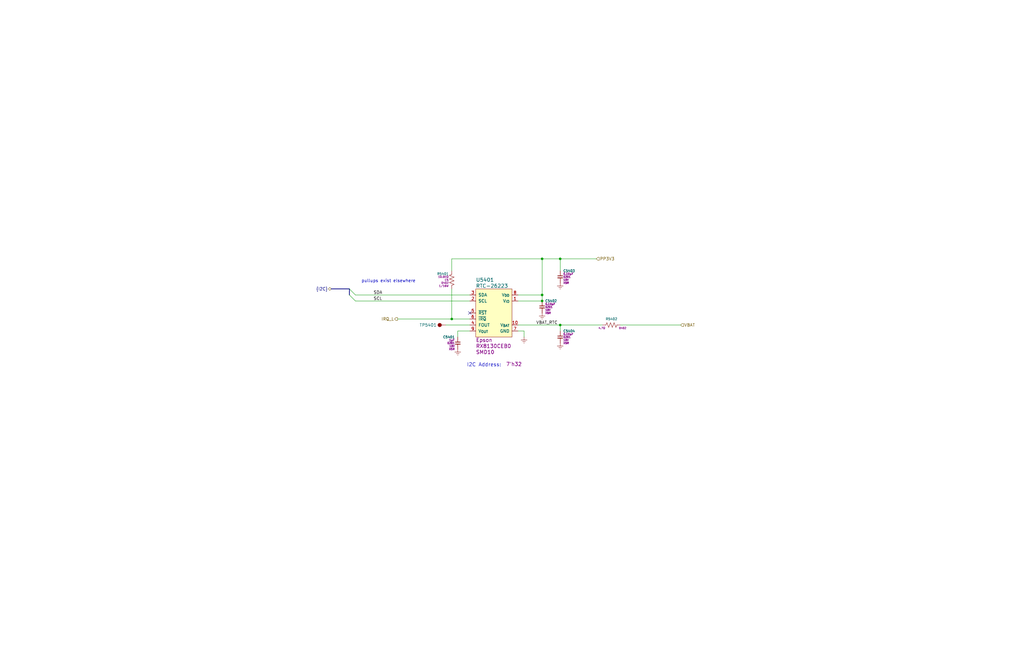
<source format=kicad_sch>
(kicad_sch (version 20231120) (generator "eeschema") (generator_version "8.0")
  (paper "B")
  (title_block (title "${PROJ}") (rev "${REV}") (company "${RPN}") (comment 1 "RTC"))
  (lib_symbols
    (symbol "Capacitors, ceramic, Murata:CCM-610AA" (pin_numbers hide) (pin_names (offset 0) hide)
      (property "Reference" "C" (at 1.27 2.54 0))
      (property "val" "0.10µF" (at 1.27 1.27 0))
      (property "pkg" "0201" (at 1.27 0 0))
      (property "volt" "10V" (at 1.27 -1.27 0))
      (property "type" "X5R" (at 1.27 -2.54 0))
      (symbol "CCM-610AA_1_1"
        (polyline (pts (xy -1.016 -0.423) (xy 1.016 -0.423)) (stroke (width 0.3302)))
        (polyline (pts (xy -1.016 0.423) (xy 1.016 0.423)) (stroke (width 0.3048)))
        (pin passive line (at 0 2.54 270) (length 2.032) (name "~") (number "1") (alternate "pwr_in" power_in line) (alternate "pwr_out" power_out line))
        (pin passive line (at 0 -2.54 90) (length 2.032) (name "~") (number "2") (alternate "pwr_in" power_in line) (alternate "pwr_out" power_out line))
      )
    )
    (symbol "Capacitors, ceramic, Murata:CCM-710AD" (pin_numbers hide) (pin_names (offset 0) hide)
      (property "Reference" "C" (at 1.27 2.54 0))
      (property "val" "1µF" (at 1.27 1.27 0))
      (property "pkg" "0201" (at 1.27 0 0))
      (property "volt" "10V" (at 1.27 -1.27 0))
      (property "type" "X5R" (at 1.27 -2.54 0))
      (symbol "CCM-710AD_1_1"
        (polyline (pts (xy -1.016 -0.423) (xy 1.016 -0.423)) (stroke (width 0.3302)))
        (polyline (pts (xy -1.016 0.423) (xy 1.016 0.423)) (stroke (width 0.3048)))
        (pin passive line (at 0 2.54 270) (length 2.032) (name "~") (number "1") (alternate "pwr_in" power_in line) (alternate "pwr_out" power_out line))
        (pin passive line (at 0 -2.54 90) (length 2.032) (name "~") (number "2") (alternate "pwr_in" power_in line) (alternate "pwr_out" power_out line))
      )
    )
    (symbol "Mechanical:TST-01025" (pin_numbers hide) (pin_names (offset 1.016) hide) (in_bom no)
      (property "Reference" "TP" (at 3.81 0 0))
      (symbol "TST-01025_0_1"
        (circle (center 2.54 0) (radius 0.762) (fill (type outline)))
      )
      (symbol "TST-01025_1_1"
        (pin passive line (at 0 0 0) (length 2.54) (name "~") (number "1"))
      )
    )
    (symbol "Power:GND" (power) (pin_names (offset 0)) (in_bom no) (on_board no)
      (symbol "GND_0_1"
        (polyline (pts (xy -0.635 -1.905) (xy 0.635 -1.905)))
        (polyline (pts (xy -0.127 -2.54) (xy 0.127 -2.54)))
        (polyline (pts (xy 0 -1.27) (xy 0 0)))
        (polyline (pts (xy 1.27 -1.27) (xy -1.27 -1.27)))
      )
      (symbol "GND_1_1"
        (pin power_in line (at 0 0 270) (length 0) hide (name "GND") (number "1"))
      )
    )
    (symbol "Resistors:RES-1470B" (pin_numbers hide) (pin_names (offset 0) hide)
      (property "Reference" "R" (at 1.27 2.54 0))
      (property "val" "4.7Ω" (at 1.27 1.27 0))
      (property "tol" "1%" (at 1.27 0 0))
      (property "pkg" "0402" (at 1.27 -1.27 0))
      (property "pwr" "1/16W" (at 1.27 -2.54 0))
      (symbol "RES-1470B_1_1"
        (polyline (pts (xy 0 -2.286) (xy 0 -2.54)))
        (polyline (pts (xy 0 2.286) (xy 0 2.54)))
        (polyline (pts (xy 0 -0.762) (xy 1.016 -1.143) (xy 0 -1.524) (xy -1.016 -1.905) (xy 0 -2.286)))
        (polyline (pts (xy 0 0.762) (xy 1.016 0.381) (xy 0 0) (xy -1.016 -0.381) (xy 0 -0.762)))
        (polyline (pts (xy 0 2.286) (xy 1.016 1.905) (xy 0 1.524) (xy -1.016 1.143) (xy 0 0.762)))
        (pin passive line (at 0 3.81 270) (length 1.27) (name "~") (number "1") (alternate "pwr_in" power_in line) (alternate "pwr_out" power_out line))
        (pin passive line (at 0 -3.81 90) (length 1.27) (name "~") (number "2") (alternate "pwr_in" power_in line) (alternate "pwr_out" power_out line))
      )
    )
    (symbol "Resistors:RES-5100B" (pin_numbers hide) (pin_names (offset 0) hide)
      (property "Reference" "R" (at 1.27 2.54 0))
      (property "val" "10.0KΩ" (at 1.27 1.27 0))
      (property "tol" "1%" (at 1.27 0 0))
      (property "pkg" "0402" (at 1.27 -1.27 0))
      (property "pwr" "1/16W" (at 1.27 -2.54 0))
      (symbol "RES-5100B_1_1"
        (polyline (pts (xy 0 -2.286) (xy 0 -2.54)))
        (polyline (pts (xy 0 2.286) (xy 0 2.54)))
        (polyline (pts (xy 0 -0.762) (xy 1.016 -1.143) (xy 0 -1.524) (xy -1.016 -1.905) (xy 0 -2.286)))
        (polyline (pts (xy 0 0.762) (xy 1.016 0.381) (xy 0 0) (xy -1.016 -0.381) (xy 0 -0.762)))
        (polyline (pts (xy 0 2.286) (xy 1.016 1.905) (xy 0 1.524) (xy -1.016 1.143) (xy 0 0.762)))
        (pin passive line (at 0 3.81 270) (length 1.27) (name "~") (number "1") (alternate "pwr_in" power_in line) (alternate "pwr_out" power_out line))
        (pin passive line (at 0 -3.81 90) (length 1.27) (name "~") (number "2") (alternate "pwr_in" power_in line) (alternate "pwr_out" power_out line))
      )
    )
    (symbol "Xtals and Oscillators:RTC-26223" (pin_names (offset 1.016))
      (property "Reference" "U" (at -7.62 13.97 0))
      (property "Value" "RTC-26223" (at -7.62 11.43 0))
      (property "mfr" "Epson" (at -7.62 -11.43 0))
      (property "mpn" "RX8130CEB0" (at -7.62 -13.97 0))
      (property "pkg" "SMD10" (at -7.62 -16.51 0))
      (property "addr" "7'h32" (at -2.54 0 0))
      (symbol "RTC-26223_0_1"
        (rectangle (start -7.62 10.16) (end 7.62 -10.16) (fill (type background)))
      )
      (symbol "RTC-26223_1_1"
        (pin power_in line (at 10.16 5.08 180) (length 2.54) (name "V_{IO}") (number "1"))
        (pin power_in line (at 10.16 -5.08 180) (length 2.54) (name "V_{BAT}") (number "10"))
        (pin input line (at -10.16 5.08 0) (length 2.54) (name "SCL") (number "2"))
        (pin open_collector line (at -10.16 7.62 0) (length 2.54) (name "SDA") (number "3"))
        (pin output line (at -10.16 -5.08 0) (length 2.54) (name "FOUT") (number "4"))
        (pin open_collector line (at -10.16 0 0) (length 2.54) (name "~{RST}") (number "5"))
        (pin open_collector line (at -10.16 -2.54 0) (length 2.54) (name "~{IRQ}") (number "6"))
        (pin power_in line (at 10.16 -7.62 180) (length 2.54) (name "GND") (number "7"))
        (pin power_in line (at 10.16 7.62 180) (length 2.54) (name "V_{DD}") (number "8"))
        (pin power_out line (at -10.16 -7.62 0) (length 2.54) (name "V_{OUT}") (number "9"))
      )
    )
  )
  (junction (at 236.22 109.22))
  (junction (at 228.6 127))
  (junction (at 228.6 109.22))
  (junction (at 228.6 124.46))
  (junction (at 190.5 134.62))
  (junction (at 236.22 137.16))
  (no_connect (at 198.12 132.08))
  (bus_entry (at 147.32 124.46) (size 2.54 2.54))
  (bus_entry (at 147.32 121.92) (size 2.54 2.54))
  (wire (pts (xy 218.44 137.16) (xy 236.22 137.16)))
  (wire (pts (xy 187.96 137.16) (xy 198.12 137.16)))
  (wire (pts (xy 236.22 109.22) (xy 236.22 114.3)))
  (wire (pts (xy 220.98 139.7) (xy 218.44 139.7)))
  (wire (pts (xy 261.62 137.16) (xy 287.02 137.16)))
  (wire (pts (xy 236.22 137.16) (xy 236.22 139.7)))
  (wire (pts (xy 218.44 124.46) (xy 228.6 124.46)))
  (wire (pts (xy 190.5 134.62) (xy 198.12 134.62)))
  (bus (pts (xy 147.32 121.92) (xy 139.7 121.92)))
  (wire (pts (xy 236.22 109.22) (xy 251.46 109.22)))
  (wire (pts (xy 190.5 121.92) (xy 190.5 134.62)))
  (wire (pts (xy 167.64 134.62) (xy 190.5 134.62)))
  (wire (pts (xy 220.98 142.24) (xy 220.98 139.7)))
  (wire (pts (xy 149.86 127) (xy 198.12 127)))
  (wire (pts (xy 193.04 142.24) (xy 193.04 139.7)))
  (wire (pts (xy 190.5 109.22) (xy 190.5 114.3)))
  (bus (pts (xy 147.32 121.92) (xy 147.32 124.46)))
  (wire (pts (xy 236.22 137.16) (xy 254 137.16)))
  (wire (pts (xy 190.5 109.22) (xy 228.6 109.22)))
  (wire (pts (xy 218.44 127) (xy 228.6 127)))
  (wire (pts (xy 228.6 109.22) (xy 236.22 109.22)))
  (wire (pts (xy 228.6 124.46) (xy 228.6 127)))
  (wire (pts (xy 193.04 139.7) (xy 198.12 139.7)))
  (wire (pts (xy 228.6 109.22) (xy 228.6 124.46)))
  (wire (pts (xy 149.86 124.46) (xy 198.12 124.46)))
  (text "pullups exist elsewhere" (at 152.4 119.38 0) (effects (font (size 1.27 1.27)) (justify left bottom)))
  (text "I2C Address: " (at 196.85 154.94 0) (effects (font (size 1.524 1.524)) (justify left bottom)))
  (label "SCL" (at 157.48 127 0))
  (label "SDA" (at 157.48 124.46 0))
  (label "VBAT_RTC" (at 226.06 137.16 0))
  (hierarchical_label "VBAT" (shape input) (at 287.02 137.16 0))
  (hierarchical_label "{I2C}" (shape bidirectional) (at 139.7 121.92 180))
  (hierarchical_label "PP3V3" (shape input) (at 251.46 109.22 0))
  (hierarchical_label "IRQ_L" (shape output) (at 167.64 134.62 180))
  (symbol (lib_id "Capacitors, ceramic, Murata:CCM-710AD") (at 193.04 144.78 0) (mirror y) (unit 1)
    (property "Reference" "C5401" (at 191.77 142.24 0) (effects (font (size 1 1)) (justify left)))
    (property "Value" "CCM-710AD" (effects (hide yes)))
    (property "Description" "CAP, ceramic, 1µF, 0201, 10V, ±20%, X5R, 0.39 mm" (effects (hide yes)))
    (property "val" "1µF" (at 191.77 143.51 0) (effects (font (size 0.8 0.8)) (justify left)))
    (property "pkg" "0201" (at 191.77 144.78 0) (effects (font (size 0.8 0.8)) (justify left)))
    (property "volt" "10V" (at 191.77 146.05 0) (effects (font (size 0.8 0.8)) (justify left)))
    (property "type" "X5R" (at 191.77 147.32 0) (effects (font (size 0.8 0.8)) (justify left)))
    (property "tol" "±20%" (effects (hide yes)))
    (property "height" "0.39mm" (effects (hide yes)))
    (property "mpn" "GRM033R61A105ME15" (effects (hide yes)))
    (property "mfr" "Murata" (effects (hide yes)))
    (property "Sim.Pins" "1=+ 2=-" (effects (hide yes)))
    (property "Sim.Device" "C" (effects (hide yes)))
    (property "Sim.Params" "c=${val}" (effects (hide yes)))
  )
  (symbol (lib_id "Capacitors, ceramic, Murata:CCM-610AA") (at 228.6 129.54 0) (unit 1)
    (property "Reference" "C5402" (at 229.87 127 0) (effects (font (size 1 1)) (justify left)))
    (property "Value" "CCM-610AA" (effects (hide yes)))
    (property "Description" "CAP, ceramic, 0.10µF, 0201, 10V, ±20%, X5R, 0.33 mm" (effects (hide yes)))
    (property "val" "0.10µF" (at 229.87 128.27 0) (effects (font (size 0.8 0.8)) (justify left)))
    (property "pkg" "0201" (at 229.87 129.54 0) (effects (font (size 0.8 0.8)) (justify left)))
    (property "volt" "10V" (at 229.87 130.81 0) (effects (font (size 0.8 0.8)) (justify left)))
    (property "type" "X5R" (at 229.87 132.08 0) (effects (font (size 0.8 0.8)) (justify left)))
    (property "tol" "±20%" (effects (hide yes)))
    (property "height" "0.33mm" (effects (hide yes)))
    (property "mpn" "GRM033R61A104ME15" (effects (hide yes)))
    (property "mfr" "Murata" (effects (hide yes)))
    (property "Sim.Pins" "1=+ 2=-" (effects (hide yes)))
    (property "Sim.Device" "C" (effects (hide yes)))
    (property "Sim.Params" "c=${val}" (effects (hide yes)))
  )
  (symbol (lib_id "Power:GND") (at 228.6 132.08 0) (unit 1) (in_bom no) (on_board no)
    (property "Reference" "#PWR05403" (effects (hide yes)))
    (property "Value" "GND" (effects (hide yes)))
    (property "Description" "Power symbol creates a global label with name \"GND\"" (effects (hide yes)))
  )
  (symbol (lib_id "Power:GND") (at 236.22 119.38 0) (unit 1) (in_bom no) (on_board no)
    (property "Reference" "#PWR05404" (effects (hide yes)))
    (property "Value" "GND" (effects (hide yes)))
    (property "Description" "Power symbol creates a global label with name \"GND\"" (effects (hide yes)))
  )
  (symbol (lib_id "Resistors:RES-1470B") (at 257.81 137.16 90) (unit 1)
    (property "Reference" "R5402" (at 260.35 134.62 90) (effects (font (size 1 1)) (justify left)))
    (property "Value" "RES-1470B" (effects (hide yes)))
    (property "Description" "RES, 4.7Ω, 1%, 0402, 1/16W, <100V, 0.40mm" (effects (hide yes)))
    (property "val" "4.7Ω" (at 255.27 138.43 90) (effects (font (size 0.8 0.8)) (justify left)))
    (property "tol" "1%" (effects (hide yes)))
    (property "Sim.Device" "R" (effects (hide yes)))
    (property "pkg" "0402" (at 264.16 138.43 90) (effects (font (size 0.8 0.8)) (justify left)))
    (property "Sim.Pins" "1=+ 2=-" (effects (hide yes)))
    (property "pwr" "1/16W" (effects (hide yes)))
    (property "Sim.Params" "r=\"${val}\"" (effects (hide yes)))
    (property "height" "0.40mm" (effects (hide yes)))
    (pin "1" (alternate "pwr_out"))
    (pin "2" (alternate "pwr_in"))
  )
  (symbol (lib_id "Power:GND") (at 236.22 144.78 0) (unit 1) (in_bom no) (on_board no)
    (property "Reference" "#PWR05405" (effects (hide yes)))
    (property "Value" "GND" (effects (hide yes)))
    (property "Description" "Power symbol creates a global label with name \"GND\"" (effects (hide yes)))
  )
  (symbol (lib_id "Power:GND") (at 220.98 142.24 0) (unit 1) (in_bom no) (on_board no)
    (property "Reference" "#PWR05402" (effects (hide yes)))
    (property "Value" "GND" (effects (hide yes)))
    (property "Description" "Power symbol creates a global label with name \"GND\"" (effects (hide yes)))
  )
  (symbol (lib_id "Capacitors, ceramic, Murata:CCM-610AA") (at 236.22 142.24 0) (unit 1)
    (property "Reference" "C5404" (at 237.49 139.7 0) (effects (font (size 1 1)) (justify left)))
    (property "Value" "CCM-610AA" (effects (hide yes)))
    (property "Description" "CAP, ceramic, 0.10µF, 0201, 10V, ±20%, X5R, 0.33 mm" (effects (hide yes)))
    (property "val" "0.10µF" (at 237.49 140.97 0) (effects (font (size 0.8 0.8)) (justify left)))
    (property "pkg" "0201" (at 237.49 142.24 0) (effects (font (size 0.8 0.8)) (justify left)))
    (property "volt" "10V" (at 237.49 143.51 0) (effects (font (size 0.8 0.8)) (justify left)))
    (property "type" "X5R" (at 237.49 144.78 0) (effects (font (size 0.8 0.8)) (justify left)))
    (property "tol" "±20%" (effects (hide yes)))
    (property "height" "0.33mm" (effects (hide yes)))
    (property "mpn" "GRM033R61A104ME15" (effects (hide yes)))
    (property "mfr" "Murata" (effects (hide yes)))
    (property "Sim.Pins" "1=+ 2=-" (effects (hide yes)))
    (property "Sim.Device" "C" (effects (hide yes)))
    (property "Sim.Params" "c=${val}" (effects (hide yes)))
  )
  (symbol (lib_id "Mechanical:TST-01025") (at 187.96 137.16 180) (unit 1) (in_bom no)
    (property "Reference" "TP5401" (at 184.15 137.16 0) (effects (justify left)))
    (property "Value" "TST-01025" (effects (hide yes)))
    (property "Description" "Test point, 25mils" (effects (hide yes)))
  )
  (symbol (lib_id "Resistors:RES-5100B") (at 190.5 118.11 0) (mirror y) (unit 1)
    (property "Reference" "R5401" (at 189.23 115.57 0) (effects (font (size 1 1)) (justify left)))
    (property "Value" "RES-5100B" (effects (hide yes)))
    (property "Description" "RES, 10.0KΩ, 1%, 0402, 1/16W, <100V, 0.40mm" (effects (hide yes)))
    (property "val" "10.0KΩ" (at 189.23 116.84 0) (effects (font (size 0.8 0.8)) (justify left)))
    (property "tol" "1%" (at 189.23 118.11 0) (effects (font (size 0.8 0.8)) (justify left)))
    (property "pkg" "0402" (at 189.23 119.38 0) (effects (font (size 0.8 0.8)) (justify left)))
    (property "pwr" "1/16W" (at 189.23 120.65 0) (effects (font (size 0.8 0.8)) (justify left)))
    (property "height" "0.40mm" (effects (hide yes)))
    (property "Sim.Device" "R" (effects (hide yes)))
    (property "Sim.Pins" "1=+ 2=-" (effects (hide yes)))
    (property "Sim.Params" "r=\"${val}\"" (effects (hide yes)))
  )
  (symbol (lib_id "Capacitors, ceramic, Murata:CCM-610AA") (at 236.22 116.84 0) (unit 1)
    (property "Reference" "C5403" (at 237.49 114.3 0) (effects (font (size 1 1)) (justify left)))
    (property "Value" "CCM-610AA" (effects (hide yes)))
    (property "Description" "CAP, ceramic, 0.10µF, 0201, 10V, ±20%, X5R, 0.33 mm" (effects (hide yes)))
    (property "val" "0.10µF" (at 237.49 115.57 0) (effects (font (size 0.8 0.8)) (justify left)))
    (property "pkg" "0201" (at 237.49 116.84 0) (effects (font (size 0.8 0.8)) (justify left)))
    (property "volt" "10V" (at 237.49 118.11 0) (effects (font (size 0.8 0.8)) (justify left)))
    (property "type" "X5R" (at 237.49 119.38 0) (effects (font (size 0.8 0.8)) (justify left)))
    (property "tol" "±20%" (effects (hide yes)))
    (property "height" "0.33mm" (effects (hide yes)))
    (property "mpn" "GRM033R61A104ME15" (effects (hide yes)))
    (property "mfr" "Murata" (effects (hide yes)))
    (property "Sim.Pins" "1=+ 2=-" (effects (hide yes)))
    (property "Sim.Device" "C" (effects (hide yes)))
    (property "Sim.Params" "c=${val}" (effects (hide yes)))
  )
  (symbol (lib_id "Power:GND") (at 193.04 147.32 0) (unit 1) (in_bom no) (on_board no)
    (property "Reference" "#PWR05401" (effects (hide yes)))
    (property "Value" "GND" (effects (hide yes)))
    (property "Description" "Power symbol creates a global label with name \"GND\"" (effects (hide yes)))
  )
  (symbol (lib_id "Xtals and Oscillators:RTC-26223") (at 208.28 132.08 0) (unit 1)
    (property "Reference" "U5401" (at 200.66 118.11 0) (effects (font (size 1.524 1.524)) (justify left)))
    (property "Value" "RTC-26223" (at 200.66 120.65 0) (effects (font (size 1.524 1.524)) (justify left)))
    (property "Datasheet" "https://support.epson.biz/td/api/doc_check.php?dl=app_RX8130CE&lang=en" (effects (hide yes)))
    (property "Description" "IC RTC CLK/CALENDAR I2C Integrated crystal" (effects (hide yes)))
    (property "mfr" "Epson" (at 200.66 143.51 0) (effects (font (size 1.524 1.524)) (justify left)))
    (property "mpn" "RX8130CEB0" (at 200.66 146.05 0) (effects (font (size 1.524 1.524)) (justify left)))
    (property "pkg" "SMD10" (at 200.66 148.59 0) (effects (font (size 1.524 1.524)) (justify left)))
    (property "height" "1.0mm" (effects (hide yes)))
    (property "addr" "7'h32" (at 213.36 153.67 0) (effects (font (size 1.524 1.524)) (justify left)))
  )
)
</source>
